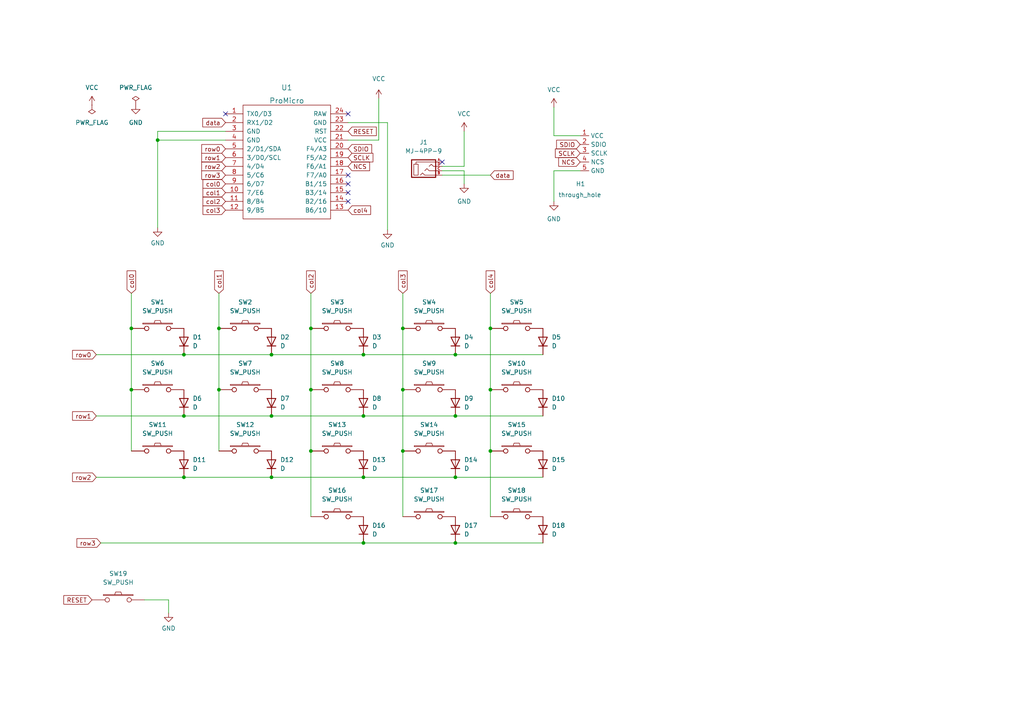
<source format=kicad_sch>
(kicad_sch (version 20211123) (generator eeschema)
  (paper "A4")
  (lib_symbols
    (symbol "Device:D" (pin_numbers hide) (pin_names (offset 1.016) hide)
      (property "Reference" "D" (at 0 2.54 0))
      (property "Value" "D" (at 0 -2.54 0))
      (symbol "D_0_1"
        (polyline (pts (xy -1.27 1.27) (xy -1.27 -1.27)) (stroke (width 0.254)))
        (polyline (pts (xy 1.27 0) (xy -1.27 0)))
        (polyline (pts (xy 1.27 1.27) (xy 1.27 -1.27) (xy -1.27 0) (xy 1.27 1.27)) (stroke (width 0.254)))
      )
      (symbol "D_1_1"
        (pin passive line (at -3.81 0 0) (length 2.54) (name "K") (number "1"))
        (pin passive line (at 3.81 0 180) (length 2.54) (name "A") (number "2"))
      )
    )
    (symbol "foostan_kbd:MJ-4PP-9" (pin_names (offset 1.016))
      (property "Reference" "J" (at 0 3.81 0))
      (property "Value" "MJ-4PP-9" (at 0 -3.81 0))
      (symbol "MJ-4PP-9_0_1"
        (rectangle (start -1.905 -1.905) (end -3.175 1.27))
        (polyline (pts (xy -2.54 1.27) (xy -2.54 1.905) (xy 3.175 1.905)))
        (polyline (pts (xy -1.27 -1.905) (xy -0.635 -1.27) (xy 0 -1.905) (xy 3.175 -1.905)))
        (polyline (pts (xy 0 -0.635) (xy 0.635 0) (xy 1.27 -0.635) (xy 3.175 -0.635)))
        (polyline (pts (xy 1.27 0.635) (xy 1.905 1.27) (xy 2.54 0.635) (xy 3.175 0.635)))
        (rectangle (start 3.175 2.54) (end -3.81 -2.54) (stroke (width 0.3048)))
      )
      (symbol "MJ-4PP-9_1_1"
        (pin input line (at 5.08 1.905 180) (length 2.0066) (name "~") (number "A"))
        (pin input line (at 5.08 -1.905 180) (length 2.0066) (name "~") (number "B"))
        (pin input line (at 5.08 -0.635 180) (length 2.0066) (name "~") (number "C"))
        (pin input line (at 5.08 0.635 180) (length 2.0066) (name "~") (number "D"))
      )
    )
    (symbol "foostan_kbd:ProMicro" (pin_names (offset 1.016))
      (property "Reference" "U" (at 0 19.05 0))
      (property "Value" "ProMicro" (at 0 -19.05 0))
      (symbol "ProMicro_0_1"
        (rectangle (start -12.7 16.51) (end 12.7 -16.51))
      )
      (symbol "ProMicro_1_1"
        (pin bidirectional line (at -17.78 13.97 0) (length 5.08) (name "TX0/D3") (number "1"))
        (pin bidirectional line (at -17.78 -8.89 0) (length 5.08) (name "7/E6") (number "10"))
        (pin bidirectional line (at -17.78 -11.43 0) (length 5.08) (name "8/B4") (number "11"))
        (pin bidirectional line (at -17.78 -13.97 0) (length 5.08) (name "9/B5") (number "12"))
        (pin bidirectional line (at 17.78 -13.97 180) (length 5.08) (name "B6/10") (number "13"))
        (pin bidirectional line (at 17.78 -11.43 180) (length 5.08) (name "B2/16") (number "14"))
        (pin bidirectional line (at 17.78 -8.89 180) (length 5.08) (name "B3/14") (number "15"))
        (pin bidirectional line (at 17.78 -6.35 180) (length 5.08) (name "B1/15") (number "16"))
        (pin bidirectional line (at 17.78 -3.81 180) (length 5.08) (name "F7/A0") (number "17"))
        (pin bidirectional line (at 17.78 -1.27 180) (length 5.08) (name "F6/A1") (number "18"))
        (pin bidirectional line (at 17.78 1.27 180) (length 5.08) (name "F5/A2") (number "19"))
        (pin bidirectional line (at -17.78 11.43 0) (length 5.08) (name "RX1/D2") (number "2"))
        (pin bidirectional line (at 17.78 3.81 180) (length 5.08) (name "F4/A3") (number "20"))
        (pin power_in line (at 17.78 6.35 180) (length 5.08) (name "VCC") (number "21"))
        (pin input line (at 17.78 8.89 180) (length 5.08) (name "RST") (number "22"))
        (pin power_in line (at 17.78 11.43 180) (length 5.08) (name "GND") (number "23"))
        (pin power_out line (at 17.78 13.97 180) (length 5.08) (name "RAW") (number "24"))
        (pin power_in line (at -17.78 8.89 0) (length 5.08) (name "GND") (number "3"))
        (pin power_in line (at -17.78 6.35 0) (length 5.08) (name "GND") (number "4"))
        (pin bidirectional line (at -17.78 3.81 0) (length 5.08) (name "2/D1/SDA") (number "5"))
        (pin bidirectional line (at -17.78 1.27 0) (length 5.08) (name "3/D0/SCL") (number "6"))
        (pin bidirectional line (at -17.78 -1.27 0) (length 5.08) (name "4/D4") (number "7"))
        (pin bidirectional line (at -17.78 -3.81 0) (length 5.08) (name "5/C6") (number "8"))
        (pin bidirectional line (at -17.78 -6.35 0) (length 5.08) (name "6/D7") (number "9"))
      )
    )
    (symbol "foostan_kbd:SW_PUSH" (pin_numbers hide) (pin_names (offset 1.016) hide)
      (property "Reference" "SW" (at 3.81 2.794 0))
      (property "Value" "SW_PUSH" (at 0 -2.032 0))
      (symbol "SW_PUSH_0_1"
        (rectangle (start -4.318 1.27) (end 4.318 1.524))
        (polyline (pts (xy -1.016 1.524) (xy -0.762 2.286) (xy 0.762 2.286) (xy 1.016 1.524)))
        (pin passive inverted (at -7.62 0 0) (length 5.08) (name "1") (number "1"))
        (pin passive inverted (at 7.62 0 180) (length 5.08) (name "2") (number "2"))
      )
    )
    (symbol "hole:through_hole"
      (property "Reference" "H" (at 0 -8.89 0))
      (property "Value" "through_hole" (at 0 -11.43 0))
      (symbol "through_hole_1_1"
        (pin power_in line (at 0 5.08 0) (length 2.54) (name "VCC") (number "1"))
        (pin bidirectional line (at 0 2.54 0) (length 2.54) (name "SDIO") (number "2"))
        (pin bidirectional line (at 0 0 0) (length 2.54) (name "SCLK") (number "3"))
        (pin bidirectional line (at 0 -2.54 0) (length 2.54) (name "NCS") (number "4"))
        (pin power_in line (at 0 -5.08 0) (length 2.54) (name "GND") (number "5"))
      )
    )
    (symbol "power:GND" (power) (pin_names (offset 0))
      (property "Value" "GND" (at 0 -3.81 0))
      (symbol "GND_0_1"
        (polyline (pts (xy 0 0) (xy 0 -1.27) (xy 1.27 -1.27) (xy 0 -2.54) (xy -1.27 -1.27) (xy 0 -1.27)))
      )
      (symbol "GND_1_1"
        (pin power_in line (at 0 0 270) (length 0) hide (name "GND") (number "1"))
      )
    )
    (symbol "power:PWR_FLAG" (power) (pin_numbers hide) (pin_names (offset 0) hide)
      (property "Value" "PWR_FLAG" (at 0 3.81 0))
      (symbol "PWR_FLAG_0_0"
        (pin power_out line (at 0 0 90) (length 0) (name "pwr") (number "1"))
      )
      (symbol "PWR_FLAG_0_1"
        (polyline (pts (xy 0 0) (xy 0 1.27) (xy -1.016 1.905) (xy 0 2.54) (xy 1.016 1.905) (xy 0 1.27)))
      )
    )
    (symbol "power:VCC" (power) (pin_names (offset 0))
      (property "Value" "VCC" (at 0 3.81 0))
      (symbol "VCC_0_1"
        (polyline (pts (xy -0.762 1.27) (xy 0 2.54)))
        (polyline (pts (xy 0 0) (xy 0 2.54)))
        (polyline (pts (xy 0 2.54) (xy 0.762 1.27)))
      )
      (symbol "VCC_1_1"
        (pin power_in line (at 0 0 90) (length 0) hide (name "VCC") (number "1"))
      )
    )
  )
  (junction (at 142.24 113.03))
  (junction (at 38.1 95.25))
  (junction (at 53.34 120.65))
  (junction (at 53.34 102.87))
  (junction (at 63.5 95.25))
  (junction (at 142.24 130.81))
  (junction (at 116.84 95.25))
  (junction (at 78.74 120.65))
  (junction (at 45.72 40.64))
  (junction (at 105.41 120.65))
  (junction (at 63.5 113.03))
  (junction (at 90.17 113.03))
  (junction (at 116.84 130.81))
  (junction (at 105.41 102.87))
  (junction (at 90.17 95.25))
  (junction (at 78.74 102.87))
  (junction (at 132.08 120.65))
  (junction (at 53.34 138.43))
  (junction (at 116.84 113.03))
  (junction (at 132.08 102.87))
  (junction (at 90.17 130.81))
  (junction (at 132.08 157.48))
  (junction (at 105.41 138.43))
  (junction (at 132.08 138.43))
  (junction (at 105.41 157.48))
  (junction (at 142.24 95.25))
  (junction (at 78.74 138.43))
  (junction (at 38.1 113.03))
  (no_connect (at 100.965 58.42))
  (no_connect (at 100.965 53.34))
  (no_connect (at 65.405 33.02))
  (no_connect (at 100.965 50.8))
  (no_connect (at 100.965 33.02))
  (no_connect (at 100.965 55.88))
  (no_connect (at 128.27 46.99))
  (wire (pts (xy 45.72 40.64) (xy 65.405 40.64)))
  (wire (pts (xy 134.62 38.1) (xy 134.62 48.26)))
  (wire (pts (xy 132.08 138.43) (xy 157.48 138.43)))
  (wire (pts (xy 132.08 102.87) (xy 157.48 102.87)))
  (wire (pts (xy 168.275 39.37) (xy 160.655 39.37)))
  (wire (pts (xy 105.41 157.48) (xy 132.08 157.48)))
  (wire (pts (xy 65.405 38.1) (xy 45.72 38.1)))
  (wire (pts (xy 78.74 138.43) (xy 105.41 138.43)))
  (wire (pts (xy 142.24 130.81) (xy 142.24 149.86)))
  (wire (pts (xy 160.655 39.37) (xy 160.655 31.115)))
  (wire (pts (xy 38.1 95.25) (xy 38.1 113.03)))
  (wire (pts (xy 53.34 102.87) (xy 78.74 102.87)))
  (wire (pts (xy 116.84 113.03) (xy 116.84 130.81)))
  (wire (pts (xy 78.74 102.87) (xy 105.41 102.87)))
  (wire (pts (xy 63.5 95.25) (xy 63.5 113.03)))
  (wire (pts (xy 134.62 49.53) (xy 134.62 53.34)))
  (wire (pts (xy 27.94 102.87) (xy 53.34 102.87)))
  (wire (pts (xy 128.27 50.8) (xy 142.24 50.8)))
  (wire (pts (xy 132.08 157.48) (xy 157.48 157.48)))
  (wire (pts (xy 45.72 38.1) (xy 45.72 40.64)))
  (wire (pts (xy 142.24 113.03) (xy 142.24 130.81)))
  (wire (pts (xy 116.84 130.81) (xy 116.84 149.86)))
  (wire (pts (xy 116.84 95.25) (xy 116.84 113.03)))
  (wire (pts (xy 63.5 113.03) (xy 63.5 130.81)))
  (wire (pts (xy 90.17 95.25) (xy 90.17 113.03)))
  (wire (pts (xy 116.84 85.09) (xy 116.84 95.25)))
  (wire (pts (xy 27.94 138.43) (xy 53.34 138.43)))
  (wire (pts (xy 105.41 120.65) (xy 132.08 120.65)))
  (wire (pts (xy 53.34 138.43) (xy 78.74 138.43)))
  (wire (pts (xy 132.08 120.65) (xy 157.48 120.65)))
  (wire (pts (xy 90.17 113.03) (xy 90.17 130.81)))
  (wire (pts (xy 90.17 130.81) (xy 90.17 149.86)))
  (wire (pts (xy 109.855 40.64) (xy 109.855 28.575)))
  (wire (pts (xy 53.34 120.65) (xy 78.74 120.65)))
  (wire (pts (xy 90.17 85.09) (xy 90.17 95.25)))
  (wire (pts (xy 48.895 173.99) (xy 48.895 177.8)))
  (wire (pts (xy 27.94 120.65) (xy 53.34 120.65)))
  (wire (pts (xy 142.24 85.09) (xy 142.24 95.25)))
  (wire (pts (xy 128.27 49.53) (xy 134.62 49.53)))
  (wire (pts (xy 63.5 85.09) (xy 63.5 95.25)))
  (wire (pts (xy 38.1 85.09) (xy 38.1 95.25)))
  (wire (pts (xy 128.27 48.26) (xy 134.62 48.26)))
  (wire (pts (xy 142.24 95.25) (xy 142.24 113.03)))
  (wire (pts (xy 100.965 35.56) (xy 112.395 35.56)))
  (wire (pts (xy 45.72 40.64) (xy 45.72 66.04)))
  (wire (pts (xy 168.275 49.53) (xy 160.655 49.53)))
  (wire (pts (xy 160.655 49.53) (xy 160.655 58.42)))
  (wire (pts (xy 38.1 113.03) (xy 38.1 130.81)))
  (wire (pts (xy 105.41 102.87) (xy 132.08 102.87)))
  (wire (pts (xy 29.21 157.48) (xy 105.41 157.48)))
  (wire (pts (xy 41.91 173.99) (xy 48.895 173.99)))
  (wire (pts (xy 105.41 138.43) (xy 132.08 138.43)))
  (wire (pts (xy 112.395 35.56) (xy 112.395 66.675)))
  (wire (pts (xy 105.41 156.21) (xy 105.41 157.48)))
  (wire (pts (xy 100.965 40.64) (xy 109.855 40.64)))
  (wire (pts (xy 78.74 120.65) (xy 105.41 120.65)))
  (global_label "col0" (shape input) (at 65.405 53.34 180) (property "シート間のリファレンス" "${INTERSHEET_REFS}" (effects hide)))
  (global_label "RESET" (shape input) (at 26.67 173.99 180) (property "シート間のリファレンス" "${INTERSHEET_REFS}" (effects hide)))
  (global_label "col2" (shape input) (at 65.405 58.42 180) (property "シート間のリファレンス" "${INTERSHEET_REFS}" (effects hide)))
  (global_label "row1" (shape input) (at 27.94 120.65 180) (property "シート間のリファレンス" "${INTERSHEET_REFS}" (effects hide)))
  (global_label "col0" (shape input) (at 38.1 85.09 90) (property "シート間のリファレンス" "${INTERSHEET_REFS}" (effects hide)))
  (global_label "RESET" (shape input) (at 100.965 38.1 0) (property "シート間のリファレンス" "${INTERSHEET_REFS}" (effects hide)))
  (global_label "row1" (shape input) (at 65.405 45.72 180) (property "シート間のリファレンス" "${INTERSHEET_REFS}" (effects hide)))
  (global_label "row3" (shape input) (at 65.405 50.8 180) (property "シート間のリファレンス" "${INTERSHEET_REFS}" (effects hide)))
  (global_label "row2" (shape input) (at 65.405 48.26 180) (property "シート間のリファレンス" "${INTERSHEET_REFS}" (effects hide)))
  (global_label "data" (shape input) (at 65.405 35.56 180) (property "シート間のリファレンス" "${INTERSHEET_REFS}" (effects hide)))
  (global_label "col1" (shape input) (at 65.405 55.88 180) (property "シート間のリファレンス" "${INTERSHEET_REFS}" (effects hide)))
  (global_label "SDIO" (shape input) (at 168.275 41.91 180) (property "シート間のリファレンス" "${INTERSHEET_REFS}" (effects hide)))
  (global_label "NCS" (shape input) (at 168.275 46.99 180) (property "シート間のリファレンス" "${INTERSHEET_REFS}" (effects hide)))
  (global_label "data" (shape input) (at 142.24 50.8 0) (property "シート間のリファレンス" "${INTERSHEET_REFS}" (effects hide)))
  (global_label "row0" (shape input) (at 27.94 102.87 180) (property "シート間のリファレンス" "${INTERSHEET_REFS}" (effects hide)))
  (global_label "col1" (shape input) (at 63.5 85.09 90) (property "シート間のリファレンス" "${INTERSHEET_REFS}" (effects hide)))
  (global_label "row3" (shape input) (at 29.21 157.48 180) (property "シート間のリファレンス" "${INTERSHEET_REFS}" (effects hide)))
  (global_label "SCLK" (shape input) (at 100.965 45.72 0) (property "シート間のリファレンス" "${INTERSHEET_REFS}" (effects hide)))
  (global_label "row0" (shape input) (at 65.405 43.18 180) (property "シート間のリファレンス" "${INTERSHEET_REFS}" (effects hide)))
  (global_label "col2" (shape input) (at 90.17 85.09 90) (property "シート間のリファレンス" "${INTERSHEET_REFS}" (effects hide)))
  (global_label "col3" (shape input) (at 116.84 85.09 90) (property "シート間のリファレンス" "${INTERSHEET_REFS}" (effects hide)))
  (global_label "col3" (shape input) (at 65.405 60.96 180) (property "シート間のリファレンス" "${INTERSHEET_REFS}" (effects hide)))
  (global_label "NCS" (shape input) (at 100.965 48.26 0) (property "シート間のリファレンス" "${INTERSHEET_REFS}" (effects hide)))
  (global_label "col4" (shape input) (at 142.24 85.09 90) (property "シート間のリファレンス" "${INTERSHEET_REFS}" (effects hide)))
  (global_label "SCLK" (shape input) (at 168.275 44.45 180) (property "シート間のリファレンス" "${INTERSHEET_REFS}" (effects hide)))
  (global_label "col4" (shape input) (at 100.965 60.96 0) (property "シート間のリファレンス" "${INTERSHEET_REFS}" (effects hide)))
  (global_label "SDIO" (shape input) (at 100.965 43.18 0) (property "シート間のリファレンス" "${INTERSHEET_REFS}" (effects hide)))
  (global_label "row2" (shape input) (at 27.94 138.43 180) (property "シート間のリファレンス" "${INTERSHEET_REFS}" (effects hide)))
  (symbol (lib_id "power:GND") (at 45.72 66.04 0) (unit 1)
    (property "Reference" "#PWR08" (effects hide))
    (property "Value" "GND" (at 45.72 70.485 0))
  )
  (symbol (lib_id "foostan_kbd:SW_PUSH") (at 97.79 149.86 0) (unit 1)
    (property "Reference" "SW16" (at 97.79 142.24 0))
    (property "Value" "SW_PUSH" (at 97.79 144.78 0))
    (property "Footprint" "split-mini:MX-Hotswap-1U" (effects hide))
  )
  (symbol (lib_id "Device:D") (at 157.48 99.06 90) (unit 1)
    (property "Reference" "D5" (at 160.02 97.7899 90) (effects (justify right)))
    (property "Value" "D" (at 160.02 100.3299 90) (effects (justify right)))
    (property "Footprint" "split-mini:D3_SMD" (effects hide))
  )
  (symbol (lib_id "power:GND") (at 112.395 66.675 0) (unit 1)
    (property "Reference" "#PWR09" (effects hide))
    (property "Value" "GND" (at 112.395 71.12 0))
  )
  (symbol (lib_id "foostan_kbd:SW_PUSH") (at 97.79 113.03 0) (unit 1)
    (property "Reference" "SW8" (at 97.79 105.41 0))
    (property "Value" "SW_PUSH" (at 97.79 107.95 0))
    (property "Footprint" "split-mini:MX-Hotswap-1U" (effects hide))
  )
  (symbol (lib_id "Device:D") (at 105.41 153.67 90) (unit 1)
    (property "Reference" "D16" (at 107.95 152.3999 90) (effects (justify right)))
    (property "Value" "D" (at 107.95 154.9399 90) (effects (justify right)))
    (property "Footprint" "split-mini:D3_SMD" (effects hide))
  )
  (symbol (lib_id "foostan_kbd:SW_PUSH") (at 45.72 95.25 0) (unit 1)
    (property "Reference" "SW1" (at 45.72 87.63 0))
    (property "Value" "SW_PUSH" (at 45.72 90.17 0))
    (property "Footprint" "split-mini:MX-Hotswap-1U" (effects hide))
  )
  (symbol (lib_id "Device:D") (at 53.34 99.06 90) (unit 1)
    (property "Reference" "D1" (at 55.88 97.7899 90) (effects (justify right)))
    (property "Value" "D" (at 55.88 100.3299 90) (effects (justify right)))
    (property "Footprint" "split-mini:D3_SMD" (effects hide))
  )
  (symbol (lib_id "foostan_kbd:ProMicro") (at 83.185 46.99 0) (unit 1)
    (property "Reference" "U1" (at 83.185 25.4 0) (effects (font (size 1.524 1.524))))
    (property "Value" "ProMicro" (at 83.185 29.21 0) (effects (font (size 1.524 1.524))))
    (property "Footprint" "split-mini:ProMicro_v2" (effects hide))
  )
  (symbol (lib_id "Device:D") (at 132.08 99.06 90) (unit 1)
    (property "Reference" "D4" (at 134.62 97.7899 90) (effects (justify right)))
    (property "Value" "D" (at 134.62 100.3299 90) (effects (justify right)))
    (property "Footprint" "split-mini:D3_SMD" (effects hide))
  )
  (symbol (lib_id "Device:D") (at 157.48 134.62 90) (unit 1)
    (property "Reference" "D15" (at 160.02 133.3499 90) (effects (justify right)))
    (property "Value" "D" (at 160.02 135.8899 90) (effects (justify right)))
    (property "Footprint" "split-mini:D3_SMD" (effects hide))
  )
  (symbol (lib_id "hole:through_hole") (at 168.275 44.45 0) (unit 1)
    (property "Reference" "H1" (at 167.005 53.34 0) (effects (justify left)))
    (property "Value" "through_hole" (at 161.925 56.515 0) (effects (justify left)))
    (property "Footprint" "split-mini:through hole 5pin" (effects hide))
  )
  (symbol (lib_id "Device:D") (at 132.08 134.62 90) (unit 1)
    (property "Reference" "D14" (at 134.62 133.3499 90) (effects (justify right)))
    (property "Value" "D" (at 134.62 135.8899 90) (effects (justify right)))
    (property "Footprint" "split-mini:D3_SMD" (effects hide))
  )
  (symbol (lib_id "power:GND") (at 48.895 177.8 0) (unit 1)
    (property "Reference" "#PWR010" (effects hide))
    (property "Value" "GND" (at 48.895 182.245 0))
  )
  (symbol (lib_id "foostan_kbd:SW_PUSH") (at 71.12 113.03 0) (unit 1)
    (property "Reference" "SW7" (at 71.12 105.41 0))
    (property "Value" "SW_PUSH" (at 71.12 107.95 0))
    (property "Footprint" "split-mini:MX-Hotswap-1U" (effects hide))
  )
  (symbol (lib_id "Device:D") (at 157.48 116.84 90) (unit 1)
    (property "Reference" "D10" (at 160.02 115.5699 90) (effects (justify right)))
    (property "Value" "D" (at 160.02 118.1099 90) (effects (justify right)))
    (property "Footprint" "split-mini:D3_SMD" (effects hide))
  )
  (symbol (lib_id "foostan_kbd:SW_PUSH") (at 124.46 113.03 0) (unit 1)
    (property "Reference" "SW9" (at 124.46 105.41 0))
    (property "Value" "SW_PUSH" (at 124.46 107.95 0))
    (property "Footprint" "split-mini:MX-Hotswap-1U" (effects hide))
  )
  (symbol (lib_id "power:PWR_FLAG") (at 26.67 30.48 180) (unit 1)
    (property "Reference" "#FLG01" (effects hide))
    (property "Value" "PWR_FLAG" (at 26.67 35.56 0))
  )
  (symbol (lib_id "power:GND") (at 160.655 58.42 0) (unit 1)
    (property "Reference" "#PWR07" (effects hide))
    (property "Value" "GND" (at 160.655 63.5 0))
  )
  (symbol (lib_id "foostan_kbd:SW_PUSH") (at 124.46 95.25 0) (unit 1)
    (property "Reference" "SW4" (at 124.46 87.63 0))
    (property "Value" "SW_PUSH" (at 124.46 90.17 0))
    (property "Footprint" "split-mini:MX-Hotswap-1U" (effects hide))
  )
  (symbol (lib_id "Device:D") (at 132.08 116.84 90) (unit 1)
    (property "Reference" "D9" (at 134.62 115.5699 90) (effects (justify right)))
    (property "Value" "D" (at 134.62 118.1099 90) (effects (justify right)))
    (property "Footprint" "split-mini:D3_SMD" (effects hide))
  )
  (symbol (lib_id "power:VCC") (at 160.655 31.115 0) (unit 1)
    (property "Reference" "#PWR04" (effects hide))
    (property "Value" "VCC" (at 160.655 26.035 0))
  )
  (symbol (lib_id "Device:D") (at 157.48 153.67 90) (unit 1)
    (property "Reference" "D18" (at 160.02 152.3999 90) (effects (justify right)))
    (property "Value" "D" (at 160.02 154.9399 90) (effects (justify right)))
    (property "Footprint" "split-mini:D3_SMD" (effects hide))
  )
  (symbol (lib_id "foostan_kbd:SW_PUSH") (at 124.46 149.86 0) (unit 1)
    (property "Reference" "SW17" (at 124.46 142.24 0))
    (property "Value" "SW_PUSH" (at 124.46 144.78 0))
    (property "Footprint" "split-mini:MX-Hotswap-1U" (effects hide))
  )
  (symbol (lib_id "foostan_kbd:SW_PUSH") (at 71.12 95.25 0) (unit 1)
    (property "Reference" "SW2" (at 71.12 87.63 0))
    (property "Value" "SW_PUSH" (at 71.12 90.17 0))
    (property "Footprint" "split-mini:MX-Hotswap-1U" (effects hide))
  )
  (symbol (lib_id "power:PWR_FLAG") (at 39.37 30.48 0) (unit 1)
    (property "Reference" "#FLG02" (effects hide))
    (property "Value" "PWR_FLAG" (at 39.37 25.4 0))
  )
  (symbol (lib_id "foostan_kbd:SW_PUSH") (at 149.86 95.25 0) (unit 1)
    (property "Reference" "SW5" (at 149.86 87.63 0))
    (property "Value" "SW_PUSH" (at 149.86 90.17 0))
    (property "Footprint" "split-mini:MX-Hotswap-1U" (effects hide))
  )
  (symbol (lib_id "Device:D") (at 53.34 134.62 90) (unit 1)
    (property "Reference" "D11" (at 55.88 133.3499 90) (effects (justify right)))
    (property "Value" "D" (at 55.88 135.8899 90) (effects (justify right)))
    (property "Footprint" "split-mini:D3_SMD" (effects hide))
  )
  (symbol (lib_id "foostan_kbd:SW_PUSH") (at 149.86 149.86 0) (unit 1)
    (property "Reference" "SW18" (at 149.86 142.24 0))
    (property "Value" "SW_PUSH" (at 149.86 144.78 0))
    (property "Footprint" "split-mini:MX-Hotswap-1U" (effects hide))
  )
  (symbol (lib_id "foostan_kbd:MJ-4PP-9") (at 123.19 48.895 0) (unit 1)
    (property "Reference" "J1" (at 122.8725 41.275 0))
    (property "Value" "MJ-4PP-9" (at 122.8725 43.815 0))
    (property "Footprint" "split-mini:MJ-4PP-9" (effects hide))
  )
  (symbol (lib_id "foostan_kbd:SW_PUSH") (at 149.86 113.03 0) (unit 1)
    (property "Reference" "SW10" (at 149.86 105.41 0))
    (property "Value" "SW_PUSH" (at 149.86 107.95 0))
    (property "Footprint" "split-mini:MX-Hotswap-1U" (effects hide))
  )
  (symbol (lib_id "power:VCC") (at 109.855 28.575 0) (unit 1)
    (property "Reference" "#PWR01" (effects hide))
    (property "Value" "VCC" (at 109.855 22.86 0))
  )
  (symbol (lib_id "Device:D") (at 105.41 99.06 90) (unit 1)
    (property "Reference" "D3" (at 107.95 97.7899 90) (effects (justify right)))
    (property "Value" "D" (at 107.95 100.3299 90) (effects (justify right)))
    (property "Footprint" "split-mini:D3_SMD" (effects hide))
  )
  (symbol (lib_id "foostan_kbd:SW_PUSH") (at 97.79 95.25 0) (unit 1)
    (property "Reference" "SW3" (at 97.79 87.63 0))
    (property "Value" "SW_PUSH" (at 97.79 90.17 0))
    (property "Footprint" "split-mini:MX-Hotswap-1U" (effects hide))
  )
  (symbol (lib_id "foostan_kbd:SW_PUSH") (at 124.46 130.81 0) (unit 1)
    (property "Reference" "SW14" (at 124.46 123.19 0))
    (property "Value" "SW_PUSH" (at 124.46 125.73 0))
    (property "Footprint" "split-mini:MX-Hotswap-1U" (effects hide))
  )
  (symbol (lib_id "foostan_kbd:SW_PUSH") (at 45.72 113.03 0) (unit 1)
    (property "Reference" "SW6" (at 45.72 105.41 0))
    (property "Value" "SW_PUSH" (at 45.72 107.95 0))
    (property "Footprint" "split-mini:MX-Hotswap-1U" (effects hide))
  )
  (symbol (lib_id "foostan_kbd:SW_PUSH") (at 149.86 130.81 0) (unit 1)
    (property "Reference" "SW15" (at 149.86 123.19 0))
    (property "Value" "SW_PUSH" (at 149.86 125.73 0))
    (property "Footprint" "split-mini:MX-Hotswap-1U" (effects hide))
  )
  (symbol (lib_id "foostan_kbd:SW_PUSH") (at 97.79 130.81 0) (unit 1)
    (property "Reference" "SW13" (at 97.79 123.19 0))
    (property "Value" "SW_PUSH" (at 97.79 125.73 0))
    (property "Footprint" "split-mini:MX-Hotswap-1U" (effects hide))
  )
  (symbol (lib_id "Device:D") (at 105.41 134.62 90) (unit 1)
    (property "Reference" "D13" (at 107.95 133.3499 90) (effects (justify right)))
    (property "Value" "D" (at 107.95 135.8899 90) (effects (justify right)))
    (property "Footprint" "split-mini:D3_SMD" (effects hide))
  )
  (symbol (lib_id "power:GND") (at 134.62 53.34 0) (unit 1)
    (property "Reference" "#PWR06" (effects hide))
    (property "Value" "GND" (at 134.62 58.42 0))
  )
  (symbol (lib_id "Device:D") (at 78.74 99.06 90) (unit 1)
    (property "Reference" "D2" (at 81.28 97.7899 90) (effects (justify right)))
    (property "Value" "D" (at 81.28 100.3299 90) (effects (justify right)))
    (property "Footprint" "split-mini:D3_SMD" (effects hide))
  )
  (symbol (lib_id "Device:D") (at 132.08 153.67 90) (unit 1)
    (property "Reference" "D17" (at 134.62 152.3999 90) (effects (justify right)))
    (property "Value" "D" (at 134.62 154.9399 90) (effects (justify right)))
    (property "Footprint" "split-mini:D3_SMD" (effects hide))
  )
  (symbol (lib_id "power:GND") (at 39.37 30.48 0) (unit 1)
    (property "Reference" "#PWR03" (effects hide))
    (property "Value" "GND" (at 39.37 35.56 0))
  )
  (symbol (lib_id "Device:D") (at 53.34 116.84 90) (unit 1)
    (property "Reference" "D6" (at 55.88 115.5699 90) (effects (justify right)))
    (property "Value" "D" (at 55.88 118.1099 90) (effects (justify right)))
    (property "Footprint" "split-mini:D3_SMD" (effects hide))
  )
  (symbol (lib_id "Device:D") (at 105.41 116.84 90) (unit 1)
    (property "Reference" "D8" (at 107.95 115.5699 90) (effects (justify right)))
    (property "Value" "D" (at 107.95 118.1099 90) (effects (justify right)))
    (property "Footprint" "split-mini:D3_SMD" (effects hide))
  )
  (symbol (lib_id "foostan_kbd:SW_PUSH") (at 34.29 173.99 0) (unit 1)
    (property "Reference" "SW19" (at 34.29 166.37 0))
    (property "Value" "SW_PUSH" (at 34.29 168.91 0))
    (property "Footprint" "split-mini:ResetSW" (effects hide))
  )
  (symbol (lib_id "foostan_kbd:SW_PUSH") (at 71.12 130.81 0) (unit 1)
    (property "Reference" "SW12" (at 71.12 123.19 0))
    (property "Value" "SW_PUSH" (at 71.12 125.73 0))
    (property "Footprint" "split-mini:MX-Hotswap-1U" (effects hide))
  )
  (symbol (lib_id "Device:D") (at 78.74 116.84 90) (unit 1)
    (property "Reference" "D7" (at 81.28 115.5699 90) (effects (justify right)))
    (property "Value" "D" (at 81.28 118.1099 90) (effects (justify right)))
    (property "Footprint" "split-mini:D3_SMD" (effects hide))
  )
  (symbol (lib_id "power:VCC") (at 26.67 30.48 0) (unit 1)
    (property "Reference" "#PWR02" (effects hide))
    (property "Value" "VCC" (at 26.67 25.4 0))
  )
  (symbol (lib_id "power:VCC") (at 134.62 38.1 0) (unit 1)
    (property "Reference" "#PWR05" (effects hide))
    (property "Value" "VCC" (at 134.62 33.02 0))
  )
  (symbol (lib_id "foostan_kbd:SW_PUSH") (at 45.72 130.81 0) (unit 1)
    (property "Reference" "SW11" (at 45.72 123.19 0))
    (property "Value" "SW_PUSH" (at 45.72 125.73 0))
    (property "Footprint" "split-mini:MX-Hotswap-1U" (effects hide))
  )
  (symbol (lib_id "Device:D") (at 78.74 134.62 90) (unit 1)
    (property "Reference" "D12" (at 81.28 133.3499 90) (effects (justify right)))
    (property "Value" "D" (at 81.28 135.8899 90) (effects (justify right)))
    (property "Footprint" "split-mini:D3_SMD" (effects hide))
  )
)
</source>
